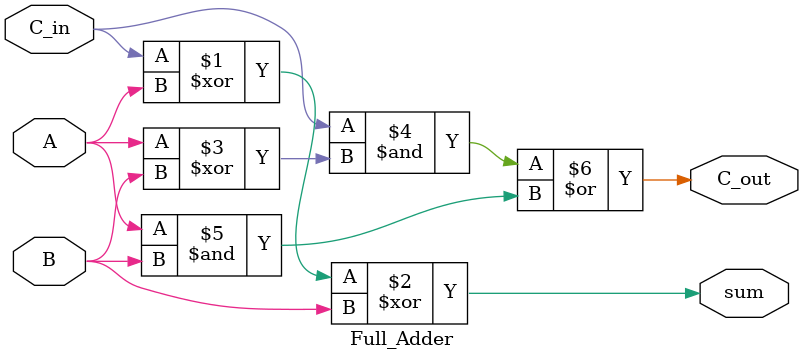
<source format=v>


module Full_Adder(
	output C_out,sum,
	input C_in,A,B);

assign sum = C_in ^ A ^ B;
assign C_out =( C_in & (A ^ B))|(A&B);
endmodule


</source>
